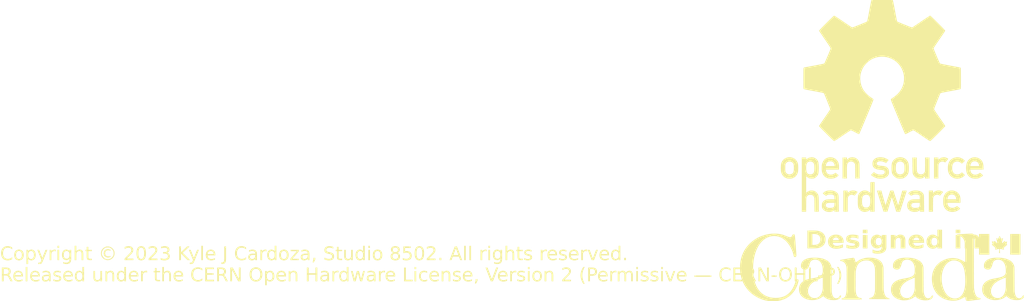
<source format=kicad_pcb>
(kicad_pcb (version 20221018) (generator pcbnew)
  (layers (0 "F.Cu" signal "F.Cu.Breakout") (1 "In1.Cu" power "In1.Cu.GND") (2 "In2.Cu" signal "In2.Cu.Vertical") (3 "In3.Cu" power "In3.Cu.VCC") (4 "In4.Cu" power "In4.Cu.GND") (31 "B.Cu" signal "B.Cu.Horizontal") (34 "B.Paste" user) (35 "F.Paste" user) (36 "B.SilkS" user "B.Silkscreen") (37 "F.SilkS" user "F.Silkscreen") (38 "B.Mask" user) (39 "F.Mask" user) (44 "Edge.Cuts" user))
  (net 0 "")
  (footprint "LOGO" (layer "F.Cu") (at 163.702574 181.710574)
    (fp_text reference "G***" hide)
    (fp_text value "LOGO" hide)
  )
  (footprint "LOGO" (layer "F.Cu") (at 163.635279 193.672026)
    (fp_text reference "G***" hide)
    (fp_text value "LOGO" hide)
  )
  (gr_text "Copyright © 2023 Kyle J Cardoza, Studio 8502. All rights reserved." (at 98.365178 193.308829) (layer "F.SilkS") (effects (font (size 1 1)) (justify left bottom)))
  (gr_text "Released under the CERN Open Hardware License, Version 2 (Permissive — CERN-OHL-P)" (at 98.365178 194.875507) (layer "F.SilkS") (effects (font (size 1 1)) (justify left bottom)))
  (gr_text "Designed in" (at 157.986779 192.488575) (layer "F.SilkS") (effects (font (size 1.3 1.4) (thickness 0.3) bold) (justify left bottom)))
)
</source>
